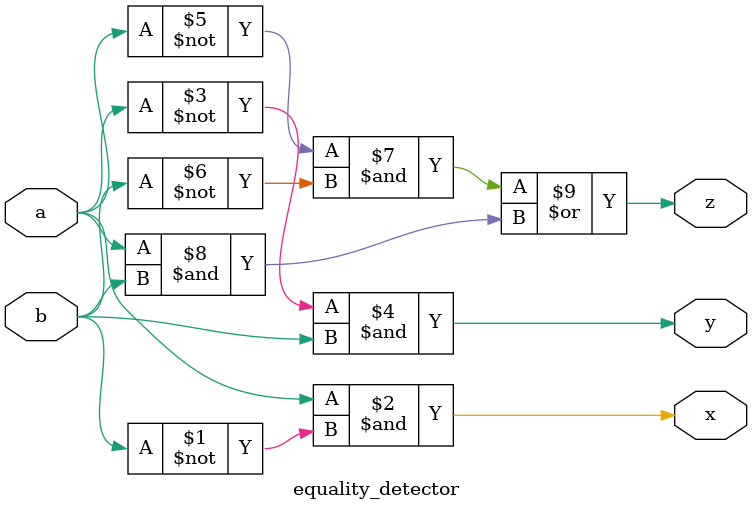
<source format=v>
`timescale 1ns / 1ps


module equality_detector(
    input a,b,
    output x,y,z
    );
    assign x=a&~b;
    assign y=~a&b;
    assign z=~a&~b|a&b;
endmodule

</source>
